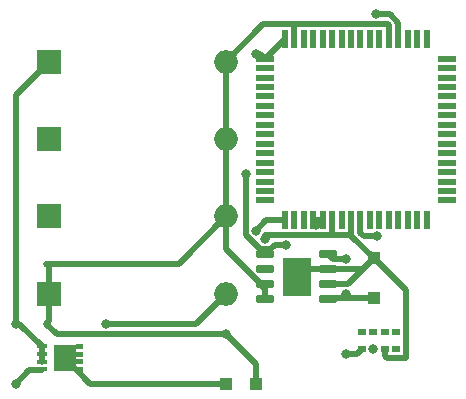
<source format=gbr>
%TF.GenerationSoftware,KiCad,Pcbnew,7.0.2*%
%TF.CreationDate,2023-06-25T00:33:43-03:00*%
%TF.ProjectId,Projeto final de EA075,50726f6a-6574-46f2-9066-696e616c2064,rev?*%
%TF.SameCoordinates,Original*%
%TF.FileFunction,Copper,L1,Top*%
%TF.FilePolarity,Positive*%
%FSLAX46Y46*%
G04 Gerber Fmt 4.6, Leading zero omitted, Abs format (unit mm)*
G04 Created by KiCad (PCBNEW 7.0.2) date 2023-06-25 00:33:43*
%MOMM*%
%LPD*%
G01*
G04 APERTURE LIST*
G04 Aperture macros list*
%AMRoundRect*
0 Rectangle with rounded corners*
0 $1 Rounding radius*
0 $2 $3 $4 $5 $6 $7 $8 $9 X,Y pos of 4 corners*
0 Add a 4 corners polygon primitive as box body*
4,1,4,$2,$3,$4,$5,$6,$7,$8,$9,$2,$3,0*
0 Add four circle primitives for the rounded corners*
1,1,$1+$1,$2,$3*
1,1,$1+$1,$4,$5*
1,1,$1+$1,$6,$7*
1,1,$1+$1,$8,$9*
0 Add four rect primitives between the rounded corners*
20,1,$1+$1,$2,$3,$4,$5,0*
20,1,$1+$1,$4,$5,$6,$7,0*
20,1,$1+$1,$6,$7,$8,$9,0*
20,1,$1+$1,$8,$9,$2,$3,0*%
%AMFreePoly0*
4,1,21,1.545000,0.775000,0.925000,0.775000,0.925000,0.525000,1.545000,0.525000,1.545000,0.125000,0.925000,0.125000,0.925000,-0.125000,1.545000,-0.125000,1.545000,-0.525000,0.925000,-0.525000,0.925000,-0.775000,1.545000,-0.775000,1.545000,-1.175000,0.925000,-1.175000,0.925000,-1.125000,-0.925000,-1.125000,-0.925000,1.125000,0.925000,1.125000,0.925000,1.175000,1.545000,1.175000,
1.545000,0.775000,1.545000,0.775000,$1*%
G04 Aperture macros list end*
%TA.AperFunction,SMDPad,CuDef*%
%ADD10R,2.400000X3.200000*%
%TD*%
%TA.AperFunction,SMDPad,CuDef*%
%ADD11RoundRect,0.150000X-0.650000X-0.150000X0.650000X-0.150000X0.650000X0.150000X-0.650000X0.150000X0*%
%TD*%
%TA.AperFunction,SMDPad,CuDef*%
%ADD12R,0.720000X0.600000*%
%TD*%
%TA.AperFunction,SMDPad,CuDef*%
%ADD13R,1.500000X0.550000*%
%TD*%
%TA.AperFunction,SMDPad,CuDef*%
%ADD14R,0.550000X1.500000*%
%TD*%
%TA.AperFunction,SMDPad,CuDef*%
%ADD15R,0.830000X0.400000*%
%TD*%
%TA.AperFunction,SMDPad,CuDef*%
%ADD16FreePoly0,0.000000*%
%TD*%
%TA.AperFunction,ComponentPad*%
%ADD17R,1.000000X1.000000*%
%TD*%
%TA.AperFunction,ComponentPad*%
%ADD18R,2.000000X2.000000*%
%TD*%
%TA.AperFunction,ComponentPad*%
%ADD19O,2.000000X2.000000*%
%TD*%
%TA.AperFunction,ViaPad*%
%ADD20C,0.800000*%
%TD*%
%TA.AperFunction,Conductor*%
%ADD21C,0.500000*%
%TD*%
G04 APERTURE END LIST*
D10*
%TO.P,U3,9,GND*%
%TO.N,GNDPWR*%
X158400000Y-90000000D03*
D11*
%TO.P,U3,8,VCC*%
%TO.N,+12V*%
X161050000Y-88095000D03*
%TO.P,U3,7,GND*%
%TO.N,GNDPWR*%
X161050000Y-89365000D03*
%TO.P,U3,6,GND*%
X161050000Y-90635000D03*
%TO.P,U3,5,EN*%
%TO.N,+12V*%
X161050000Y-91905000D03*
%TO.P,U3,4,GND*%
%TO.N,GNDPWR*%
X155750000Y-91905000D03*
%TO.P,U3,3,GND*%
X155750000Y-90635000D03*
%TO.P,U3,2,Vo_s*%
%TO.N,unconnected-(U3-Vo_s-Pad2)*%
X155750000Y-89365000D03*
%TO.P,U3,1,VO*%
%TO.N,Net-(U1-AVCC)*%
X155750000Y-88095000D03*
%TD*%
D12*
%TO.P,U2,1,SDA*%
%TO.N,unconnected-(U2-SDA-Pad1)*%
X163915000Y-94730000D03*
%TO.P,U2,2,INT*%
%TO.N,unconnected-(U2-INT-Pad2)*%
X164885000Y-94730000D03*
%TO.P,U2,3,LDR*%
%TO.N,unconnected-(U2-LDR-Pad3)*%
X165855000Y-94730000D03*
%TO.P,U2,4,LED_K*%
%TO.N,unconnected-(U2-LED_K-Pad4)*%
X166825000Y-94730000D03*
%TO.P,U2,5,LED_A*%
%TO.N,unconnected-(U2-LED_A-Pad5)*%
X166825000Y-96130000D03*
%TO.P,U2,6,GND*%
%TO.N,GNDPWR*%
X165855000Y-96130000D03*
%TO.P,U2,7,SCL*%
%TO.N,Net-(U1-PD0)*%
X164885000Y-96130000D03*
%TO.P,U2,8,VCC*%
%TO.N,Net-(U1-AVCC)*%
X163915000Y-96130000D03*
%TD*%
D13*
%TO.P,U1,1,~{PEN}*%
%TO.N,Net-(U1-AVCC)*%
X155700000Y-71550000D03*
%TO.P,U1,2,PE0*%
%TO.N,unconnected-(U1-PE0-Pad2)*%
X155700000Y-72350000D03*
%TO.P,U1,3,PE1*%
%TO.N,unconnected-(U1-PE1-Pad3)*%
X155700000Y-73150000D03*
%TO.P,U1,4,PE2*%
%TO.N,unconnected-(U1-PE2-Pad4)*%
X155700000Y-73950000D03*
%TO.P,U1,5,PE3*%
%TO.N,unconnected-(U1-PE3-Pad5)*%
X155700000Y-74750000D03*
%TO.P,U1,6,PE4*%
%TO.N,unconnected-(U1-PE4-Pad6)*%
X155700000Y-75550000D03*
%TO.P,U1,7,PE5*%
%TO.N,unconnected-(U1-PE5-Pad7)*%
X155700000Y-76350000D03*
%TO.P,U1,8,PE6*%
%TO.N,unconnected-(U1-PE6-Pad8)*%
X155700000Y-77150000D03*
%TO.P,U1,9,PE7*%
%TO.N,unconnected-(U1-PE7-Pad9)*%
X155700000Y-77950000D03*
%TO.P,U1,10,PB0*%
%TO.N,unconnected-(U1-PB0-Pad10)*%
X155700000Y-78750000D03*
%TO.P,U1,11,PB1*%
%TO.N,unconnected-(U1-PB1-Pad11)*%
X155700000Y-79550000D03*
%TO.P,U1,12,PB2*%
%TO.N,unconnected-(U1-PB2-Pad12)*%
X155700000Y-80350000D03*
%TO.P,U1,13,PB3*%
%TO.N,unconnected-(U1-PB3-Pad13)*%
X155700000Y-81150000D03*
%TO.P,U1,14,PB4*%
%TO.N,unconnected-(U1-PB4-Pad14)*%
X155700000Y-81950000D03*
%TO.P,U1,15,PB5*%
%TO.N,unconnected-(U1-PB5-Pad15)*%
X155700000Y-82750000D03*
%TO.P,U1,16,PB6*%
%TO.N,unconnected-(U1-PB6-Pad16)*%
X155700000Y-83550000D03*
D14*
%TO.P,U1,17,PB7*%
%TO.N,Net-(Q1-G)*%
X157400000Y-85250000D03*
%TO.P,U1,18,PG3*%
%TO.N,unconnected-(U1-PG3-Pad18)*%
X158200000Y-85250000D03*
%TO.P,U1,19,PG4*%
%TO.N,unconnected-(U1-PG4-Pad19)*%
X159000000Y-85250000D03*
%TO.P,U1,20,~{RESET}*%
%TO.N,Net-(U1-AVCC)*%
X159800000Y-85250000D03*
%TO.P,U1,21,VCC*%
X160600000Y-85250000D03*
%TO.P,U1,22,GND*%
%TO.N,GNDPWR*%
X161400000Y-85250000D03*
%TO.P,U1,23,XTAL2*%
%TO.N,unconnected-(U1-XTAL2-Pad23)*%
X162200000Y-85250000D03*
%TO.P,U1,24,XTAL1*%
%TO.N,GNDPWR*%
X163000000Y-85250000D03*
%TO.P,U1,25,PD0*%
%TO.N,Net-(U1-PD0)*%
X163800000Y-85250000D03*
%TO.P,U1,26,PD1*%
%TO.N,unconnected-(U1-PD1-Pad26)*%
X164600000Y-85250000D03*
%TO.P,U1,27,PD2*%
%TO.N,unconnected-(U1-PD2-Pad27)*%
X165400000Y-85250000D03*
%TO.P,U1,28,PD3*%
%TO.N,unconnected-(U1-PD3-Pad28)*%
X166200000Y-85250000D03*
%TO.P,U1,29,PD4*%
%TO.N,unconnected-(U1-PD4-Pad29)*%
X167000000Y-85250000D03*
%TO.P,U1,30,PD5*%
%TO.N,unconnected-(U1-PD5-Pad30)*%
X167800000Y-85250000D03*
%TO.P,U1,31,PD6*%
%TO.N,unconnected-(U1-PD6-Pad31)*%
X168600000Y-85250000D03*
%TO.P,U1,32,PD7*%
%TO.N,unconnected-(U1-PD7-Pad32)*%
X169400000Y-85250000D03*
D13*
%TO.P,U1,33,PG0*%
%TO.N,unconnected-(U1-PG0-Pad33)*%
X171100000Y-83550000D03*
%TO.P,U1,34,PG1*%
%TO.N,unconnected-(U1-PG1-Pad34)*%
X171100000Y-82750000D03*
%TO.P,U1,35,PC0*%
%TO.N,unconnected-(U1-PC0-Pad35)*%
X171100000Y-81950000D03*
%TO.P,U1,36,PC1*%
%TO.N,unconnected-(U1-PC1-Pad36)*%
X171100000Y-81150000D03*
%TO.P,U1,37,PC2*%
%TO.N,unconnected-(U1-PC2-Pad37)*%
X171100000Y-80350000D03*
%TO.P,U1,38,PC3*%
%TO.N,unconnected-(U1-PC3-Pad38)*%
X171100000Y-79550000D03*
%TO.P,U1,39,PC4*%
%TO.N,unconnected-(U1-PC4-Pad39)*%
X171100000Y-78750000D03*
%TO.P,U1,40,PC5*%
%TO.N,unconnected-(U1-PC5-Pad40)*%
X171100000Y-77950000D03*
%TO.P,U1,41,PC6*%
%TO.N,unconnected-(U1-PC6-Pad41)*%
X171100000Y-77150000D03*
%TO.P,U1,42,PC7*%
%TO.N,unconnected-(U1-PC7-Pad42)*%
X171100000Y-76350000D03*
%TO.P,U1,43,PG2*%
%TO.N,unconnected-(U1-PG2-Pad43)*%
X171100000Y-75550000D03*
%TO.P,U1,44,PA7*%
%TO.N,unconnected-(U1-PA7-Pad44)*%
X171100000Y-74750000D03*
%TO.P,U1,45,PA6*%
%TO.N,unconnected-(U1-PA6-Pad45)*%
X171100000Y-73950000D03*
%TO.P,U1,46,PA5*%
%TO.N,unconnected-(U1-PA5-Pad46)*%
X171100000Y-73150000D03*
%TO.P,U1,47,PA4*%
%TO.N,unconnected-(U1-PA4-Pad47)*%
X171100000Y-72350000D03*
%TO.P,U1,48,PA3*%
%TO.N,unconnected-(U1-PA3-Pad48)*%
X171100000Y-71550000D03*
D14*
%TO.P,U1,49,PA2*%
%TO.N,unconnected-(U1-PA2-Pad49)*%
X169400000Y-69850000D03*
%TO.P,U1,50,PA1*%
%TO.N,unconnected-(U1-PA1-Pad50)*%
X168600000Y-69850000D03*
%TO.P,U1,51,PA0*%
%TO.N,unconnected-(U1-PA0-Pad51)*%
X167800000Y-69850000D03*
%TO.P,U1,52,VCC*%
%TO.N,Net-(U1-AVCC)*%
X167000000Y-69850000D03*
%TO.P,U1,53,GND*%
%TO.N,GNDPWR*%
X166200000Y-69850000D03*
%TO.P,U1,54,PF7*%
%TO.N,unconnected-(U1-PF7-Pad54)*%
X165400000Y-69850000D03*
%TO.P,U1,55,PF6*%
%TO.N,unconnected-(U1-PF6-Pad55)*%
X164600000Y-69850000D03*
%TO.P,U1,56,PF5*%
%TO.N,unconnected-(U1-PF5-Pad56)*%
X163800000Y-69850000D03*
%TO.P,U1,57,PF4*%
%TO.N,unconnected-(U1-PF4-Pad57)*%
X163000000Y-69850000D03*
%TO.P,U1,58,PF3*%
%TO.N,unconnected-(U1-PF3-Pad58)*%
X162200000Y-69850000D03*
%TO.P,U1,59,PF2*%
%TO.N,unconnected-(U1-PF2-Pad59)*%
X161400000Y-69850000D03*
%TO.P,U1,60,PF1*%
%TO.N,unconnected-(U1-PF1-Pad60)*%
X160600000Y-69850000D03*
%TO.P,U1,61,PF0*%
%TO.N,unconnected-(U1-PF0-Pad61)*%
X159800000Y-69850000D03*
%TO.P,U1,62,AREF*%
%TO.N,unconnected-(U1-AREF-Pad62)*%
X159000000Y-69850000D03*
%TO.P,U1,63,GND*%
%TO.N,GNDPWR*%
X158200000Y-69850000D03*
%TO.P,U1,64,AVCC*%
%TO.N,Net-(U1-AVCC)*%
X157400000Y-69850000D03*
%TD*%
D15*
%TO.P,Q1,1,S*%
%TO.N,+12V*%
X136815000Y-95915000D03*
%TO.P,Q1,2,S*%
X136815000Y-96565000D03*
%TO.P,Q1,3,S*%
X136815000Y-97215000D03*
%TO.P,Q1,4,G*%
%TO.N,Net-(Q1-G)*%
X136815000Y-97865000D03*
D16*
%TO.P,Q1,5,D*%
%TO.N,Net-(J4-Pin_1)*%
X138755000Y-96890000D03*
%TD*%
D17*
%TO.P,J4,1,Pin_1*%
%TO.N,Net-(J4-Pin_1)*%
X152400000Y-99060000D03*
%TD*%
%TO.P,J3,1,Pin_1*%
%TO.N,GNDPWR*%
X154940000Y-99060000D03*
%TD*%
%TO.P,J2,1,Pin_1*%
%TO.N,+12V*%
X164950000Y-91800000D03*
%TD*%
%TO.P,J1,1,Pin_1*%
%TO.N,GNDPWR*%
X164950000Y-88450000D03*
%TD*%
D18*
%TO.P,C5,1*%
%TO.N,GNDPWR*%
X137400000Y-91440000D03*
D19*
%TO.P,C5,2*%
%TO.N,+12V*%
X152400000Y-91440000D03*
%TD*%
D18*
%TO.P,C4,1*%
%TO.N,Net-(U1-AVCC)*%
X137400000Y-84905000D03*
D19*
%TO.P,C4,2*%
%TO.N,GNDPWR*%
X152400000Y-84905000D03*
%TD*%
D18*
%TO.P,C3,1*%
%TO.N,Net-(U1-AVCC)*%
X137400000Y-78370000D03*
D19*
%TO.P,C3,2*%
%TO.N,GNDPWR*%
X152400000Y-78370000D03*
%TD*%
D18*
%TO.P,C1,1*%
%TO.N,+12V*%
X137400000Y-71835000D03*
D19*
%TO.P,C1,2*%
%TO.N,GNDPWR*%
X152400000Y-71835000D03*
%TD*%
D20*
%TO.N,Net-(Q1-G)*%
X154972121Y-86115746D03*
%TO.N,GNDPWR*%
X152400000Y-94900000D03*
X155678876Y-86822500D03*
%TO.N,Net-(U1-AVCC)*%
X154100388Y-81280000D03*
%TO.N,Net-(U1-PD0)*%
X164885000Y-96130000D03*
X165192735Y-86599502D03*
%TO.N,Net-(U1-AVCC)*%
X162560000Y-96520000D03*
X157480000Y-87299500D03*
X160020000Y-85600500D03*
X165096211Y-67800500D03*
X154940000Y-71120000D03*
%TO.N,Net-(Q1-G)*%
X134620000Y-99060000D03*
%TO.N,+12V*%
X162560000Y-88515500D03*
X162560000Y-91484500D03*
X134620000Y-93980000D03*
X142240000Y-93980000D03*
%TD*%
D21*
%TO.N,GNDPWR*%
X154940000Y-97440000D02*
X154940000Y-99060000D01*
X152400000Y-94900000D02*
X154940000Y-97440000D01*
%TO.N,Net-(J4-Pin_1)*%
X140925000Y-99060000D02*
X152400000Y-99060000D01*
X138755000Y-96890000D02*
X140925000Y-99060000D01*
%TO.N,Net-(U1-AVCC)*%
X156172500Y-87672500D02*
X156545500Y-87299500D01*
X155327500Y-87672500D02*
X156172500Y-87672500D01*
X154100388Y-86445388D02*
X155327500Y-87672500D01*
%TO.N,Net-(Q1-G)*%
X155837867Y-85250000D02*
X157400000Y-85250000D01*
X154972121Y-86115746D02*
X155837867Y-85250000D01*
%TO.N,Net-(U1-AVCC)*%
X156545500Y-87299500D02*
X155750000Y-88095000D01*
X157480000Y-87299500D02*
X156545500Y-87299500D01*
X154100388Y-81280000D02*
X154100388Y-86445388D01*
%TO.N,GNDPWR*%
X138080000Y-94900000D02*
X152400000Y-94900000D01*
X155753528Y-86747848D02*
X155678876Y-86822500D01*
X155753528Y-86450000D02*
X155753528Y-86747848D01*
%TO.N,Net-(U1-PD0)*%
X164089452Y-86599502D02*
X165192735Y-86599502D01*
X163800000Y-86310050D02*
X164089452Y-86599502D01*
X163800000Y-85250000D02*
X163800000Y-86310050D01*
%TO.N,Net-(U1-AVCC)*%
X163525000Y-96520000D02*
X163915000Y-96130000D01*
X162560000Y-96520000D02*
X163525000Y-96520000D01*
X159800000Y-85250000D02*
X160600000Y-85250000D01*
X160020000Y-85470000D02*
X159800000Y-85250000D01*
X160020000Y-85600500D02*
X160020000Y-85470000D01*
X155750000Y-88095000D02*
X155750000Y-88090000D01*
X155700000Y-71550000D02*
X157400000Y-69850000D01*
X155270000Y-71120000D02*
X155700000Y-71550000D01*
X154940000Y-71120000D02*
X155270000Y-71120000D01*
X166265450Y-67800500D02*
X165096211Y-67800500D01*
X167000000Y-68535050D02*
X166265450Y-67800500D01*
X167000000Y-69850000D02*
X167000000Y-68535050D01*
%TO.N,Net-(Q1-G)*%
X135765000Y-97915000D02*
X136815000Y-97915000D01*
X134620000Y-99060000D02*
X135765000Y-97915000D01*
%TO.N,GNDPWR*%
X159035000Y-89365000D02*
X158400000Y-90000000D01*
X161050000Y-89365000D02*
X159035000Y-89365000D01*
%TO.N,+12V*%
X134620000Y-74615000D02*
X134620000Y-93980000D01*
X137400000Y-71835000D02*
X134620000Y-74615000D01*
X161470500Y-88515500D02*
X161050000Y-88095000D01*
X162560000Y-88515500D02*
X161470500Y-88515500D01*
X162560000Y-91800000D02*
X162560000Y-91484500D01*
X162560000Y-91800000D02*
X161155000Y-91800000D01*
X164950000Y-91800000D02*
X162560000Y-91800000D01*
X161155000Y-91800000D02*
X161050000Y-91905000D01*
X136815000Y-96565000D02*
X136815000Y-97215000D01*
X136815000Y-95915000D02*
X136815000Y-96565000D01*
X134880000Y-93980000D02*
X136815000Y-95915000D01*
X134620000Y-93980000D02*
X134880000Y-93980000D01*
X149860000Y-93980000D02*
X142240000Y-93980000D01*
X152400000Y-91440000D02*
X149860000Y-93980000D01*
%TO.N,GNDPWR*%
X162950000Y-86450000D02*
X162925000Y-86450000D01*
X164950000Y-88450000D02*
X162950000Y-86450000D01*
X137160000Y-93980000D02*
X138080000Y-94900000D01*
X137400000Y-93740000D02*
X137160000Y-93980000D01*
X137400000Y-91440000D02*
X137400000Y-93740000D01*
X166015000Y-96880000D02*
X165855000Y-96720000D01*
X167635000Y-96880000D02*
X166015000Y-96880000D01*
X167640000Y-96875000D02*
X167635000Y-96880000D01*
X164950000Y-88450000D02*
X167640000Y-91140000D01*
X167640000Y-91140000D02*
X167640000Y-96875000D01*
X165855000Y-96720000D02*
X165855000Y-96130000D01*
X162765000Y-90635000D02*
X164950000Y-88450000D01*
X161050000Y-90635000D02*
X162765000Y-90635000D01*
X164035000Y-89365000D02*
X161050000Y-89365000D01*
X164950000Y-88450000D02*
X164035000Y-89365000D01*
X137400000Y-89140000D02*
X137400000Y-91440000D01*
X137160000Y-88900000D02*
X137400000Y-89140000D01*
X148405000Y-88900000D02*
X137160000Y-88900000D01*
X152400000Y-84905000D02*
X148405000Y-88900000D01*
X163000000Y-86375000D02*
X163000000Y-85250000D01*
X162925000Y-86450000D02*
X163000000Y-86375000D01*
X161325000Y-86450000D02*
X162925000Y-86450000D01*
X161400000Y-86375000D02*
X161400000Y-85250000D01*
X161325000Y-86450000D02*
X161400000Y-86375000D01*
X155753528Y-86450000D02*
X161325000Y-86450000D01*
X154288236Y-89551764D02*
X155371472Y-90635000D01*
X152400000Y-87663528D02*
X154288236Y-89551764D01*
X154288236Y-89551764D02*
X155750000Y-91013528D01*
X155750000Y-91013528D02*
X155750000Y-91905000D01*
X155371472Y-90635000D02*
X155750000Y-90635000D01*
X152400000Y-84905000D02*
X152400000Y-87663528D01*
X152400000Y-78370000D02*
X152400000Y-84905000D01*
X152400000Y-71835000D02*
X152400000Y-78370000D01*
X166200000Y-68725000D02*
X166200000Y-69850000D01*
X158275000Y-68650000D02*
X166125000Y-68650000D01*
X158200000Y-68725000D02*
X158275000Y-68650000D01*
X166125000Y-68650000D02*
X166200000Y-68725000D01*
X158200000Y-68725000D02*
X158200000Y-69850000D01*
X158125000Y-68650000D02*
X158200000Y-68725000D01*
X155585000Y-68650000D02*
X158125000Y-68650000D01*
X152400000Y-71835000D02*
X155585000Y-68650000D01*
%TD*%
M02*

</source>
